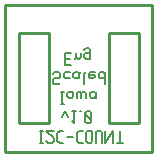
<source format=gbr>
G04 start of page 10 for group -4078 idx -4078 *
G04 Title: (unknown), bottomsilk *
G04 Creator: pcb 20110918 *
G04 CreationDate: Thu 27 Mar 2014 04:48:04 PM GMT UTC *
G04 For: railfan *
G04 Format: Gerber/RS-274X *
G04 PCB-Dimensions: 50000 50000 *
G04 PCB-Coordinate-Origin: lower left *
%MOIN*%
%FSLAX25Y25*%
%LNBOTTOMSILK*%
%ADD48C,0.0080*%
%ADD47C,0.0100*%
G54D47*X49500Y49500D02*X500D01*
Y500D01*
X15000Y40000D02*X5000D01*
X45000D02*Y10000D01*
X35000D01*
X500Y500D02*X49500D01*
Y49500D01*
X5000Y10000D02*X15000D01*
Y40000D01*
X5000D02*Y10000D01*
X35000D02*Y40000D01*
X45000D01*
G54D48*X12000Y3500D02*X13000D01*
X12500D02*Y7500D01*
X12000D02*X13000D01*
X14200Y4000D02*X14700Y3500D01*
X16200D01*
X16700Y4000D01*
Y5000D01*
X14200Y7500D02*X16700Y5000D01*
X14200Y7500D02*X16700D01*
X18600D02*X19900D01*
X17900Y6800D02*X18600Y7500D01*
X17900Y4200D02*Y6800D01*
Y4200D02*X18600Y3500D01*
X19900D01*
X21100Y5500D02*X23100D01*
X25000Y7500D02*X26300D01*
X24300Y6800D02*X25000Y7500D01*
X24300Y4200D02*Y6800D01*
Y4200D02*X25000Y3500D01*
X26300D01*
X27500Y4000D02*Y7000D01*
Y4000D02*X28000Y3500D01*
X29000D01*
X29500Y4000D01*
Y7000D01*
X29000Y7500D02*X29500Y7000D01*
X28000Y7500D02*X29000D01*
X27500Y7000D02*X28000Y7500D01*
X30700Y3500D02*Y7000D01*
X31200Y7500D01*
X32200D01*
X32700Y7000D01*
Y3500D02*Y7000D01*
X33900Y3500D02*Y7500D01*
Y3500D02*X36400Y7500D01*
Y3500D02*Y7500D01*
X37600Y3500D02*X39600D01*
X38600D02*Y7500D01*
X19500Y12000D02*X20500Y14000D01*
X21500Y12000D02*X20500Y14000D01*
X22700Y10800D02*X23500Y10000D01*
Y14000D01*
X22700D02*X24200D01*
X25400D02*X25900D01*
X27100Y13500D02*X27600Y14000D01*
X27100Y10500D02*Y13500D01*
Y10500D02*X27600Y10000D01*
X28600D01*
X29100Y10500D01*
Y13500D01*
X28600Y14000D02*X29100Y13500D01*
X27600Y14000D02*X28600D01*
X27100Y13000D02*X29100Y11000D01*
X19000Y16500D02*X20000D01*
X19500D02*Y20500D01*
X19000D02*X20000D01*
X21200Y19000D02*Y20000D01*
Y19000D02*X21700Y18500D01*
X22700D01*
X23200Y19000D01*
Y20000D01*
X22700Y20500D02*X23200Y20000D01*
X21700Y20500D02*X22700D01*
X21200Y20000D02*X21700Y20500D01*
X24400Y18500D02*Y20000D01*
X24900Y20500D01*
X25400D01*
X25900Y20000D01*
Y18500D02*Y20000D01*
X26400Y20500D01*
X26900D01*
X27400Y20000D01*
Y18500D02*Y20000D01*
X30100Y18500D02*X30600Y19000D01*
X29100Y18500D02*X30100D01*
X28600Y19000D02*X29100Y18500D01*
X28600Y19000D02*Y20000D01*
X29100Y20500D01*
X30600Y18500D02*Y20000D01*
X31100Y20500D01*
X29100D02*X30100D01*
X30600Y20000D01*
X18300Y23000D02*X18800Y23500D01*
X16800Y23000D02*X18300D01*
X16300Y23500D02*X16800Y23000D01*
X16300Y23500D02*Y24500D01*
X16800Y25000D01*
X18300D01*
X18800Y25500D01*
Y26500D01*
X18300Y27000D02*X18800Y26500D01*
X16800Y27000D02*X18300D01*
X16300Y26500D02*X16800Y27000D01*
X20500Y25000D02*X22000D01*
X20000Y25500D02*X20500Y25000D01*
X20000Y25500D02*Y26500D01*
X20500Y27000D01*
X22000D01*
X24700Y25000D02*X25200Y25500D01*
X23700Y25000D02*X24700D01*
X23200Y25500D02*X23700Y25000D01*
X23200Y25500D02*Y26500D01*
X23700Y27000D01*
X25200Y25000D02*Y26500D01*
X25700Y27000D01*
X23700D02*X24700D01*
X25200Y26500D01*
X26900Y23000D02*Y26500D01*
X27400Y27000D01*
X28900D02*X30400D01*
X28400Y26500D02*X28900Y27000D01*
X28400Y25500D02*Y26500D01*
Y25500D02*X28900Y25000D01*
X29900D01*
X30400Y25500D01*
X28400Y26000D02*X30400D01*
Y25500D02*Y26000D01*
X33600Y23000D02*Y27000D01*
X33100D02*X33600Y26500D01*
X32100Y27000D02*X33100D01*
X31600Y26500D02*X32100Y27000D01*
X31600Y25500D02*Y26500D01*
Y25500D02*X32100Y25000D01*
X33100D01*
X33600Y25500D01*
X20500Y31300D02*X22000D01*
X20500Y33500D02*X22500D01*
X20500Y29500D02*Y33500D01*
Y29500D02*X22500D01*
X24200Y32000D02*Y33500D01*
Y32000D02*X24700Y31500D01*
X25200D01*
X25700Y32000D01*
Y33500D01*
X23700Y31500D02*X24200Y32000D01*
X28400Y31500D02*X28900Y32000D01*
X27400Y31500D02*X28400D01*
X26900Y32000D02*X27400Y31500D01*
X26900Y32000D02*Y33000D01*
X27400Y33500D01*
X28400D01*
X28900Y33000D01*
X26900Y34500D02*X27400Y35000D01*
X28400D01*
X28900Y34500D01*
Y31500D02*Y34500D01*
M02*

</source>
